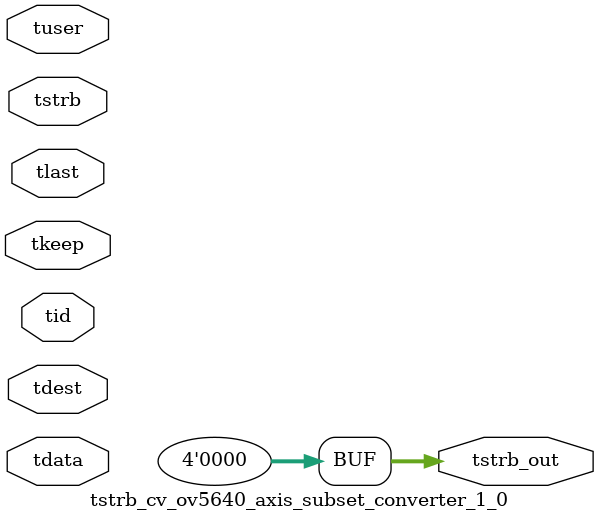
<source format=v>


`timescale 1ps/1ps

module tstrb_cv_ov5640_axis_subset_converter_1_0 #
(
parameter C_S_AXIS_TDATA_WIDTH = 32,
parameter C_S_AXIS_TUSER_WIDTH = 0,
parameter C_S_AXIS_TID_WIDTH   = 0,
parameter C_S_AXIS_TDEST_WIDTH = 0,
parameter C_M_AXIS_TDATA_WIDTH = 32
)
(
input  [(C_S_AXIS_TDATA_WIDTH == 0 ? 1 : C_S_AXIS_TDATA_WIDTH)-1:0     ] tdata,
input  [(C_S_AXIS_TUSER_WIDTH == 0 ? 1 : C_S_AXIS_TUSER_WIDTH)-1:0     ] tuser,
input  [(C_S_AXIS_TID_WIDTH   == 0 ? 1 : C_S_AXIS_TID_WIDTH)-1:0       ] tid,
input  [(C_S_AXIS_TDEST_WIDTH == 0 ? 1 : C_S_AXIS_TDEST_WIDTH)-1:0     ] tdest,
input  [(C_S_AXIS_TDATA_WIDTH/8)-1:0 ] tkeep,
input  [(C_S_AXIS_TDATA_WIDTH/8)-1:0 ] tstrb,
input                                                                    tlast,
output [(C_M_AXIS_TDATA_WIDTH/8)-1:0 ] tstrb_out
);

assign tstrb_out = {1'b0};

endmodule


</source>
